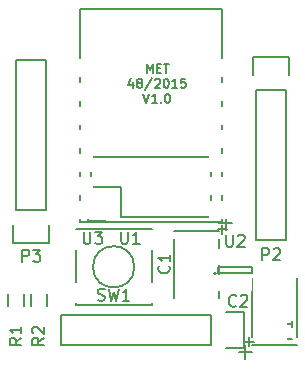
<source format=gto>
G04 #@! TF.FileFunction,Legend,Top*
%FSLAX46Y46*%
G04 Gerber Fmt 4.6, Leading zero omitted, Abs format (unit mm)*
G04 Created by KiCad (PCBNEW 4.0.0-rc2-stable) date 29.11.2015 16:31:19*
%MOMM*%
G01*
G04 APERTURE LIST*
%ADD10C,0.100000*%
%ADD11C,0.190500*%
%ADD12C,0.150000*%
%ADD13R,2.127200X2.432000*%
%ADD14O,2.127200X2.432000*%
%ADD15R,2.432000X2.127200*%
%ADD16O,2.432000X2.127200*%
%ADD17R,1.050000X1.460000*%
%ADD18R,2.200000X1.600000*%
%ADD19R,2.127200X2.127200*%
%ADD20O,2.127200X2.127200*%
%ADD21R,2.200860X2.548840*%
%ADD22R,1.950000X1.700000*%
%ADD23R,1.300000X1.600000*%
G04 APERTURE END LIST*
D10*
D11*
X118999001Y-77954414D02*
X118999001Y-77192414D01*
X119253001Y-77736700D01*
X119507001Y-77192414D01*
X119507001Y-77954414D01*
X119869858Y-77555271D02*
X120123858Y-77555271D01*
X120232715Y-77954414D02*
X119869858Y-77954414D01*
X119869858Y-77192414D01*
X120232715Y-77192414D01*
X120450429Y-77192414D02*
X120885858Y-77192414D01*
X120668144Y-77954414D02*
X120668144Y-77192414D01*
X117819715Y-78703714D02*
X117819715Y-79211714D01*
X117638286Y-78413429D02*
X117456858Y-78957714D01*
X117928572Y-78957714D01*
X118327715Y-78776286D02*
X118255143Y-78740000D01*
X118218858Y-78703714D01*
X118182572Y-78631143D01*
X118182572Y-78594857D01*
X118218858Y-78522286D01*
X118255143Y-78486000D01*
X118327715Y-78449714D01*
X118472858Y-78449714D01*
X118545429Y-78486000D01*
X118581715Y-78522286D01*
X118618000Y-78594857D01*
X118618000Y-78631143D01*
X118581715Y-78703714D01*
X118545429Y-78740000D01*
X118472858Y-78776286D01*
X118327715Y-78776286D01*
X118255143Y-78812571D01*
X118218858Y-78848857D01*
X118182572Y-78921429D01*
X118182572Y-79066571D01*
X118218858Y-79139143D01*
X118255143Y-79175429D01*
X118327715Y-79211714D01*
X118472858Y-79211714D01*
X118545429Y-79175429D01*
X118581715Y-79139143D01*
X118618000Y-79066571D01*
X118618000Y-78921429D01*
X118581715Y-78848857D01*
X118545429Y-78812571D01*
X118472858Y-78776286D01*
X119488857Y-78413429D02*
X118835714Y-79393143D01*
X119706572Y-78522286D02*
X119742858Y-78486000D01*
X119815429Y-78449714D01*
X119996858Y-78449714D01*
X120069429Y-78486000D01*
X120105715Y-78522286D01*
X120142000Y-78594857D01*
X120142000Y-78667429D01*
X120105715Y-78776286D01*
X119670286Y-79211714D01*
X120142000Y-79211714D01*
X120613714Y-78449714D02*
X120686286Y-78449714D01*
X120758857Y-78486000D01*
X120795143Y-78522286D01*
X120831429Y-78594857D01*
X120867714Y-78740000D01*
X120867714Y-78921429D01*
X120831429Y-79066571D01*
X120795143Y-79139143D01*
X120758857Y-79175429D01*
X120686286Y-79211714D01*
X120613714Y-79211714D01*
X120541143Y-79175429D01*
X120504857Y-79139143D01*
X120468572Y-79066571D01*
X120432286Y-78921429D01*
X120432286Y-78740000D01*
X120468572Y-78594857D01*
X120504857Y-78522286D01*
X120541143Y-78486000D01*
X120613714Y-78449714D01*
X121593428Y-79211714D02*
X121158000Y-79211714D01*
X121375714Y-79211714D02*
X121375714Y-78449714D01*
X121303143Y-78558571D01*
X121230571Y-78631143D01*
X121158000Y-78667429D01*
X122282857Y-78449714D02*
X121920000Y-78449714D01*
X121883714Y-78812571D01*
X121920000Y-78776286D01*
X121992571Y-78740000D01*
X122174000Y-78740000D01*
X122246571Y-78776286D01*
X122282857Y-78812571D01*
X122319142Y-78885143D01*
X122319142Y-79066571D01*
X122282857Y-79139143D01*
X122246571Y-79175429D01*
X122174000Y-79211714D01*
X121992571Y-79211714D01*
X121920000Y-79175429D01*
X121883714Y-79139143D01*
X118726857Y-79707014D02*
X118980857Y-80469014D01*
X119234857Y-79707014D01*
X119888000Y-80469014D02*
X119452572Y-80469014D01*
X119670286Y-80469014D02*
X119670286Y-79707014D01*
X119597715Y-79815871D01*
X119525143Y-79888443D01*
X119452572Y-79924729D01*
X120214572Y-80396443D02*
X120250857Y-80432729D01*
X120214572Y-80469014D01*
X120178286Y-80432729D01*
X120214572Y-80396443D01*
X120214572Y-80469014D01*
X120722571Y-79707014D02*
X120795143Y-79707014D01*
X120867714Y-79743300D01*
X120904000Y-79779586D01*
X120940286Y-79852157D01*
X120976571Y-79997300D01*
X120976571Y-80178729D01*
X120940286Y-80323871D01*
X120904000Y-80396443D01*
X120867714Y-80432729D01*
X120795143Y-80469014D01*
X120722571Y-80469014D01*
X120650000Y-80432729D01*
X120613714Y-80396443D01*
X120577429Y-80323871D01*
X120541143Y-80178729D01*
X120541143Y-79997300D01*
X120577429Y-79852157D01*
X120613714Y-79779586D01*
X120650000Y-79743300D01*
X120722571Y-79707014D01*
D12*
X124460000Y-100965000D02*
X111760000Y-100965000D01*
X111760000Y-100965000D02*
X111760000Y-98425000D01*
X111760000Y-98425000D02*
X124460000Y-98425000D01*
X127280000Y-101245000D02*
X125730000Y-101245000D01*
X124460000Y-100965000D02*
X124460000Y-98425000D01*
X125730000Y-98145000D02*
X127280000Y-98145000D01*
X127280000Y-98145000D02*
X127280000Y-101245000D01*
X130810000Y-79375000D02*
X130810000Y-92075000D01*
X130810000Y-92075000D02*
X128270000Y-92075000D01*
X128270000Y-92075000D02*
X128270000Y-79375000D01*
X131090000Y-76555000D02*
X131090000Y-78105000D01*
X130810000Y-79375000D02*
X128270000Y-79375000D01*
X127990000Y-78105000D02*
X127990000Y-76555000D01*
X127990000Y-76555000D02*
X131090000Y-76555000D01*
X107950000Y-89535000D02*
X107950000Y-76835000D01*
X107950000Y-76835000D02*
X110490000Y-76835000D01*
X110490000Y-76835000D02*
X110490000Y-89535000D01*
X107670000Y-92355000D02*
X107670000Y-90805000D01*
X107950000Y-89535000D02*
X110490000Y-89535000D01*
X110770000Y-90805000D02*
X110770000Y-92355000D01*
X110770000Y-92355000D02*
X107670000Y-92355000D01*
X124892000Y-94915000D02*
G75*
G03X124892000Y-94915000I-100000J0D01*
G01*
X125042000Y-94365000D02*
X125042000Y-94865000D01*
X127942000Y-94365000D02*
X125042000Y-94365000D01*
X127942000Y-94865000D02*
X127942000Y-94365000D01*
X125042000Y-94865000D02*
X127942000Y-94865000D01*
X113380000Y-90550000D02*
X113380000Y-72550000D01*
X113380000Y-72550000D02*
X125380000Y-72550000D01*
X113380000Y-90550000D02*
X125380000Y-90550000D01*
X125380000Y-90550000D02*
X125380000Y-72550000D01*
X116840000Y-90170000D02*
X124460000Y-90170000D01*
X124460000Y-90170000D02*
X124460000Y-85090000D01*
X124460000Y-85090000D02*
X114300000Y-85090000D01*
X114300000Y-85090000D02*
X114300000Y-87630000D01*
X114020000Y-88900000D02*
X114020000Y-90450000D01*
X114300000Y-87630000D02*
X116840000Y-87630000D01*
X116840000Y-87630000D02*
X116840000Y-90170000D01*
X114020000Y-90450000D02*
X115570000Y-90450000D01*
X125089920Y-91287600D02*
X121290080Y-91287600D01*
X125089920Y-96987360D02*
X125089920Y-91988640D01*
X121290080Y-96984820D02*
X121290080Y-91986100D01*
X126192280Y-90685620D02*
X125092460Y-90685620D01*
X125691900Y-90086180D02*
X125691900Y-91285060D01*
X127894080Y-100990400D02*
X131693920Y-100990400D01*
X127894080Y-95290640D02*
X127894080Y-100289360D01*
X131693920Y-95293180D02*
X131693920Y-100291900D01*
X126791720Y-101592380D02*
X127891540Y-101592380D01*
X127292100Y-102191820D02*
X127292100Y-100992940D01*
X117955714Y-94361000D02*
G75*
G03X117955714Y-94361000I-1750714J0D01*
G01*
X112980000Y-97586000D02*
X112980000Y-97461000D01*
X112980000Y-91136000D02*
X112980000Y-91261000D01*
X119430000Y-91136000D02*
X119430000Y-91261000D01*
X119430000Y-97461000D02*
X119430000Y-97586000D01*
X112980000Y-95761000D02*
X112980000Y-92961000D01*
X119430000Y-97586000D02*
X112980000Y-97586000D01*
X119430000Y-95761000D02*
X119430000Y-92961000D01*
X119430000Y-91136000D02*
X112980000Y-91136000D01*
X107275000Y-97655000D02*
X107275000Y-96655000D01*
X108625000Y-96655000D02*
X108625000Y-97655000D01*
X110530000Y-96655000D02*
X110530000Y-97655000D01*
X109180000Y-97655000D02*
X109180000Y-96655000D01*
X131282381Y-100433095D02*
X130282381Y-100433095D01*
X130282381Y-100052142D01*
X130330000Y-99956904D01*
X130377619Y-99909285D01*
X130472857Y-99861666D01*
X130615714Y-99861666D01*
X130710952Y-99909285D01*
X130758571Y-99956904D01*
X130806190Y-100052142D01*
X130806190Y-100433095D01*
X131282381Y-98909285D02*
X131282381Y-99480714D01*
X131282381Y-99195000D02*
X130282381Y-99195000D01*
X130425238Y-99290238D01*
X130520476Y-99385476D01*
X130568095Y-99480714D01*
X128801905Y-93797381D02*
X128801905Y-92797381D01*
X129182858Y-92797381D01*
X129278096Y-92845000D01*
X129325715Y-92892619D01*
X129373334Y-92987857D01*
X129373334Y-93130714D01*
X129325715Y-93225952D01*
X129278096Y-93273571D01*
X129182858Y-93321190D01*
X128801905Y-93321190D01*
X129754286Y-92892619D02*
X129801905Y-92845000D01*
X129897143Y-92797381D01*
X130135239Y-92797381D01*
X130230477Y-92845000D01*
X130278096Y-92892619D01*
X130325715Y-92987857D01*
X130325715Y-93083095D01*
X130278096Y-93225952D01*
X129706667Y-93797381D01*
X130325715Y-93797381D01*
X108481905Y-93924381D02*
X108481905Y-92924381D01*
X108862858Y-92924381D01*
X108958096Y-92972000D01*
X109005715Y-93019619D01*
X109053334Y-93114857D01*
X109053334Y-93257714D01*
X109005715Y-93352952D01*
X108958096Y-93400571D01*
X108862858Y-93448190D01*
X108481905Y-93448190D01*
X109386667Y-92924381D02*
X110005715Y-92924381D01*
X109672381Y-93305333D01*
X109815239Y-93305333D01*
X109910477Y-93352952D01*
X109958096Y-93400571D01*
X110005715Y-93495810D01*
X110005715Y-93733905D01*
X109958096Y-93829143D01*
X109910477Y-93876762D01*
X109815239Y-93924381D01*
X109529524Y-93924381D01*
X109434286Y-93876762D01*
X109386667Y-93829143D01*
X125730095Y-91654381D02*
X125730095Y-92463905D01*
X125777714Y-92559143D01*
X125825333Y-92606762D01*
X125920571Y-92654381D01*
X126111048Y-92654381D01*
X126206286Y-92606762D01*
X126253905Y-92559143D01*
X126301524Y-92463905D01*
X126301524Y-91654381D01*
X126730095Y-91749619D02*
X126777714Y-91702000D01*
X126872952Y-91654381D01*
X127111048Y-91654381D01*
X127206286Y-91702000D01*
X127253905Y-91749619D01*
X127301524Y-91844857D01*
X127301524Y-91940095D01*
X127253905Y-92082952D01*
X126682476Y-92654381D01*
X127301524Y-92654381D01*
X113665095Y-91400381D02*
X113665095Y-92209905D01*
X113712714Y-92305143D01*
X113760333Y-92352762D01*
X113855571Y-92400381D01*
X114046048Y-92400381D01*
X114141286Y-92352762D01*
X114188905Y-92305143D01*
X114236524Y-92209905D01*
X114236524Y-91400381D01*
X114617476Y-91400381D02*
X115236524Y-91400381D01*
X114903190Y-91781333D01*
X115046048Y-91781333D01*
X115141286Y-91828952D01*
X115188905Y-91876571D01*
X115236524Y-91971810D01*
X115236524Y-92209905D01*
X115188905Y-92305143D01*
X115141286Y-92352762D01*
X115046048Y-92400381D01*
X114760333Y-92400381D01*
X114665095Y-92352762D01*
X114617476Y-92305143D01*
X116840095Y-91400381D02*
X116840095Y-92209905D01*
X116887714Y-92305143D01*
X116935333Y-92352762D01*
X117030571Y-92400381D01*
X117221048Y-92400381D01*
X117316286Y-92352762D01*
X117363905Y-92305143D01*
X117411524Y-92209905D01*
X117411524Y-91400381D01*
X118411524Y-92400381D02*
X117840095Y-92400381D01*
X118125809Y-92400381D02*
X118125809Y-91400381D01*
X118030571Y-91543238D01*
X117935333Y-91638476D01*
X117840095Y-91686095D01*
X120880143Y-94273666D02*
X120927762Y-94321285D01*
X120975381Y-94464142D01*
X120975381Y-94559380D01*
X120927762Y-94702238D01*
X120832524Y-94797476D01*
X120737286Y-94845095D01*
X120546810Y-94892714D01*
X120403952Y-94892714D01*
X120213476Y-94845095D01*
X120118238Y-94797476D01*
X120023000Y-94702238D01*
X119975381Y-94559380D01*
X119975381Y-94464142D01*
X120023000Y-94321285D01*
X120070619Y-94273666D01*
X120975381Y-93321285D02*
X120975381Y-93892714D01*
X120975381Y-93607000D02*
X119975381Y-93607000D01*
X120118238Y-93702238D01*
X120213476Y-93797476D01*
X120261095Y-93892714D01*
X125420429Y-91566952D02*
X125420429Y-90805047D01*
X125801381Y-91185999D02*
X125039476Y-91185999D01*
X126579334Y-97639143D02*
X126531715Y-97686762D01*
X126388858Y-97734381D01*
X126293620Y-97734381D01*
X126150762Y-97686762D01*
X126055524Y-97591524D01*
X126007905Y-97496286D01*
X125960286Y-97305810D01*
X125960286Y-97162952D01*
X126007905Y-96972476D01*
X126055524Y-96877238D01*
X126150762Y-96782000D01*
X126293620Y-96734381D01*
X126388858Y-96734381D01*
X126531715Y-96782000D01*
X126579334Y-96829619D01*
X126960286Y-96829619D02*
X127007905Y-96782000D01*
X127103143Y-96734381D01*
X127341239Y-96734381D01*
X127436477Y-96782000D01*
X127484096Y-96829619D01*
X127531715Y-96924857D01*
X127531715Y-97020095D01*
X127484096Y-97162952D01*
X126912667Y-97734381D01*
X127531715Y-97734381D01*
X127706429Y-101091952D02*
X127706429Y-100330047D01*
X128087381Y-100710999D02*
X127325476Y-100710999D01*
X114871667Y-97178762D02*
X115014524Y-97226381D01*
X115252620Y-97226381D01*
X115347858Y-97178762D01*
X115395477Y-97131143D01*
X115443096Y-97035905D01*
X115443096Y-96940667D01*
X115395477Y-96845429D01*
X115347858Y-96797810D01*
X115252620Y-96750190D01*
X115062143Y-96702571D01*
X114966905Y-96654952D01*
X114919286Y-96607333D01*
X114871667Y-96512095D01*
X114871667Y-96416857D01*
X114919286Y-96321619D01*
X114966905Y-96274000D01*
X115062143Y-96226381D01*
X115300239Y-96226381D01*
X115443096Y-96274000D01*
X115776429Y-96226381D02*
X116014524Y-97226381D01*
X116205001Y-96512095D01*
X116395477Y-97226381D01*
X116633572Y-96226381D01*
X117538334Y-97226381D02*
X116966905Y-97226381D01*
X117252619Y-97226381D02*
X117252619Y-96226381D01*
X117157381Y-96369238D01*
X117062143Y-96464476D01*
X116966905Y-96512095D01*
X108402381Y-100369666D02*
X107926190Y-100703000D01*
X108402381Y-100941095D02*
X107402381Y-100941095D01*
X107402381Y-100560142D01*
X107450000Y-100464904D01*
X107497619Y-100417285D01*
X107592857Y-100369666D01*
X107735714Y-100369666D01*
X107830952Y-100417285D01*
X107878571Y-100464904D01*
X107926190Y-100560142D01*
X107926190Y-100941095D01*
X108402381Y-99417285D02*
X108402381Y-99988714D01*
X108402381Y-99703000D02*
X107402381Y-99703000D01*
X107545238Y-99798238D01*
X107640476Y-99893476D01*
X107688095Y-99988714D01*
X110307381Y-100369666D02*
X109831190Y-100703000D01*
X110307381Y-100941095D02*
X109307381Y-100941095D01*
X109307381Y-100560142D01*
X109355000Y-100464904D01*
X109402619Y-100417285D01*
X109497857Y-100369666D01*
X109640714Y-100369666D01*
X109735952Y-100417285D01*
X109783571Y-100464904D01*
X109831190Y-100560142D01*
X109831190Y-100941095D01*
X109402619Y-99988714D02*
X109355000Y-99941095D01*
X109307381Y-99845857D01*
X109307381Y-99607761D01*
X109355000Y-99512523D01*
X109402619Y-99464904D01*
X109497857Y-99417285D01*
X109593095Y-99417285D01*
X109735952Y-99464904D01*
X110307381Y-100036333D01*
X110307381Y-99417285D01*
%LPC*%
D13*
X125730000Y-99695000D03*
D14*
X123190000Y-99695000D03*
X120650000Y-99695000D03*
X118110000Y-99695000D03*
X115570000Y-99695000D03*
X113030000Y-99695000D03*
D15*
X129540000Y-78105000D03*
D16*
X129540000Y-80645000D03*
X129540000Y-83185000D03*
X129540000Y-85725000D03*
X129540000Y-88265000D03*
X129540000Y-90805000D03*
D15*
X109220000Y-90805000D03*
D16*
X109220000Y-88265000D03*
X109220000Y-85725000D03*
X109220000Y-83185000D03*
X109220000Y-80645000D03*
X109220000Y-78105000D03*
D17*
X125542000Y-95715000D03*
X126492000Y-95715000D03*
X127442000Y-95715000D03*
X127442000Y-93515000D03*
X125542000Y-93515000D03*
D18*
X113380000Y-77550000D03*
X113380000Y-79550000D03*
X113380000Y-81550000D03*
X113380000Y-83550000D03*
X113380000Y-85550000D03*
X113380000Y-87550000D03*
X113380000Y-89550000D03*
X125380000Y-89550000D03*
X125380000Y-87550000D03*
X125380000Y-85550000D03*
X125380000Y-83550000D03*
X125380000Y-81550000D03*
X125380000Y-79550000D03*
X125380000Y-77550000D03*
D19*
X115570000Y-88900000D03*
D20*
X115570000Y-86360000D03*
X118110000Y-88900000D03*
X118110000Y-86360000D03*
X120650000Y-88900000D03*
X120650000Y-86360000D03*
X123190000Y-88900000D03*
X123190000Y-86360000D03*
D21*
X123190000Y-96113600D03*
X123190000Y-92862400D03*
X129794000Y-96164400D03*
X129794000Y-99415600D03*
D22*
X120180000Y-92111000D03*
X120180000Y-96611000D03*
X112230000Y-96611000D03*
X112230000Y-92111000D03*
D23*
X107950000Y-96055000D03*
X107950000Y-98255000D03*
X109855000Y-98255000D03*
X109855000Y-96055000D03*
M02*

</source>
